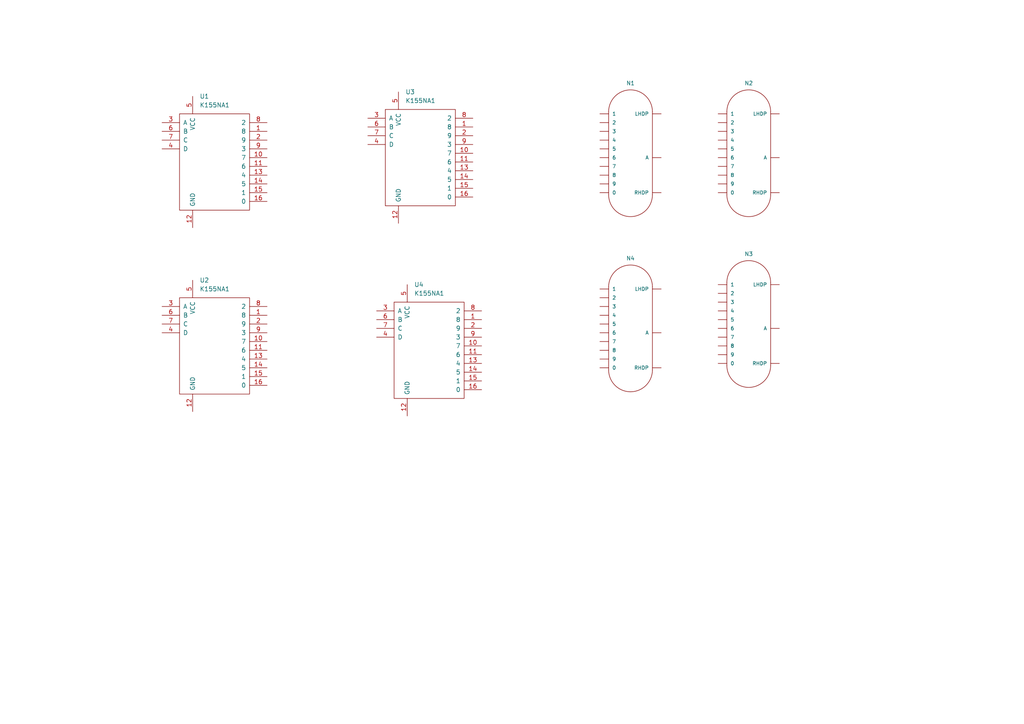
<source format=kicad_sch>
(kicad_sch (version 20211123) (generator eeschema)
  (paper "A4")
  (lib_symbols
    (symbol "k155na1:K155NA1" (pin_names (offset 1.016))
      (property "Reference" "U" (at 3.81 15.24 0))
      (property "Value" "K155NA1" (at 0 -15.24 0))
      (symbol "K155NA1_0_1"
        (rectangle (start -10.16 -13.97) (end 10.16 13.97))
      )
      (symbol "K155NA1_1_1"
        (pin output line (at 15.24 8.89 180) (length 5.08) (name "8") (number "1"))
        (pin output line (at 15.24 1.27 180) (length 5.08) (name "7") (number "10"))
        (pin output line (at 15.24 -1.27 180) (length 5.08) (name "6") (number "11"))
        (pin power_in line (at -6.35 -19.05 90) (length 5.08) (name "GND") (number "12"))
        (pin output line (at 15.24 -3.81 180) (length 5.08) (name "4") (number "13"))
        (pin output line (at 15.24 -6.35 180) (length 5.08) (name "5") (number "14"))
        (pin output line (at 15.24 -8.89 180) (length 5.08) (name "1") (number "15"))
        (pin output line (at 15.24 -11.43 180) (length 5.08) (name "0") (number "16"))
        (pin output line (at 15.24 6.35 180) (length 5.08) (name "9") (number "2"))
        (pin input line (at -15.24 11.43 0) (length 5.08) (name "A") (number "3"))
        (pin input line (at -15.24 3.81 0) (length 5.08) (name "D") (number "4"))
        (pin power_in line (at -6.35 19.05 270) (length 5.08) (name "VCC") (number "5"))
        (pin input line (at -15.24 8.89 0) (length 5.08) (name "B") (number "6"))
        (pin input line (at -15.24 6.35 0) (length 5.08) (name "C") (number "7"))
        (pin output line (at 15.24 11.43 180) (length 5.08) (name "2") (number "8"))
        (pin output line (at 15.24 3.81 180) (length 5.08) (name "3") (number "9"))
      )
    )
    (symbol "nixies:IN-14" (pin_numbers hide) (pin_names (offset 1.016))
      (property "Reference" "N" (at -2.54 18.415 0))
      (symbol "IN-14_1_0"
        (polyline (pts (xy -5.08 -13.335) (xy -5.08 10.795)))
        (polyline (pts (xy 7.62 -13.335) (xy 7.62 10.795)))
      )
      (symbol "IN-14_1_1"
        (arc (start -5.08 -13.335) (mid 1.27 -19.685) (end 7.62 -13.335))
        (arc (start 7.62 10.795) (mid 1.27 17.145) (end -5.08 10.795))
        (pin bidirectional line (at -7.62 -12.7 0) (length 2.54) (name "0") (number "0"))
        (pin bidirectional line (at -7.62 10.16 0) (length 2.54) (name "1") (number "1"))
        (pin bidirectional line (at -7.62 7.62 0) (length 2.54) (name "2") (number "2"))
        (pin bidirectional line (at -7.62 5.08 0) (length 2.54) (name "3") (number "3"))
        (pin bidirectional line (at -7.62 2.54 0) (length 2.54) (name "4") (number "4"))
        (pin bidirectional line (at -7.62 0 0) (length 2.54) (name "5") (number "5"))
        (pin bidirectional line (at -7.62 -2.54 0) (length 2.54) (name "6") (number "6"))
        (pin bidirectional line (at -7.62 -5.08 0) (length 2.54) (name "7") (number "7"))
        (pin bidirectional line (at -7.62 -7.62 0) (length 2.54) (name "8") (number "8"))
        (pin bidirectional line (at -7.62 -10.16 0) (length 2.54) (name "9") (number "9"))
        (pin bidirectional line (at 10.16 -2.54 180) (length 2.54) (name "A") (number "A"))
        (pin bidirectional line (at 10.16 10.16 180) (length 2.54) (name "LHDP") (number "LHDP"))
        (pin bidirectional line (at 10.16 -12.7 180) (length 2.54) (name "RHDP") (number "RHDP"))
      )
    )
  )
  (symbol (lib_id "nixies:IN-14") (at 215.9 92.71 0) (unit 1)
    (property "Reference" "N3" (at 217.17 73.66 0) (effects (font (size 1.143 1.143))))
    (property "Value" "IN-14" (effects hide))
    (property "Footprint" "nixietubes:nixies-us-IN-14" (effects hide))
  )
  (symbol (lib_id "nixies:IN-14") (at 181.61 93.98 0) (unit 1)
    (property "Reference" "N4" (at 182.88 74.93 0) (effects (font (size 1.143 1.143))))
    (property "Value" "IN-14" (effects hide))
    (property "Footprint" "nixietubes:nixies-us-IN-14" (effects hide))
  )
  (symbol (lib_id "k155na1:K155NA1") (at 124.46 101.6 0) (unit 1)
    (property "Reference" "U4" (at 120.1294 82.55 0) (effects (justify left)))
    (property "Value" "K155NA1" (at 120.1294 85.09 0) (effects (justify left)))
    (property "Footprint" "Package_DIP:DIP-16_W7.62mm" (effects hide))
  )
  (symbol (lib_id "k155na1:K155NA1") (at 62.23 46.99 0) (unit 1)
    (property "Reference" "U1" (at 57.8994 27.94 0) (effects (justify left)))
    (property "Value" "K155NA1" (at 57.8994 30.48 0) (effects (justify left)))
    (property "Footprint" "Package_DIP:DIP-16_W7.62mm" (effects hide))
  )
  (symbol (lib_id "k155na1:K155NA1") (at 62.23 100.33 0) (unit 1)
    (property "Reference" "U2" (at 57.8994 81.28 0) (effects (justify left)))
    (property "Value" "K155NA1" (at 57.8994 83.82 0) (effects (justify left)))
    (property "Footprint" "Package_DIP:DIP-16_W7.62mm" (effects hide))
  )
  (symbol (lib_id "nixies:IN-14") (at 215.9 43.18 0) (unit 1)
    (property "Reference" "N2" (at 217.17 24.13 0) (effects (font (size 1.143 1.143))))
    (property "Value" "IN-14" (effects hide))
    (property "Footprint" "nixietubes:nixies-us-IN-14" (effects hide))
  )
  (symbol (lib_id "nixies:IN-14") (at 181.61 43.18 0) (unit 1)
    (property "Reference" "N1" (at 182.88 24.13 0) (effects (font (size 1.143 1.143))))
    (property "Value" "IN-14" (effects hide))
    (property "Footprint" "nixietubes:nixies-us-IN-14" (effects hide))
  )
  (symbol (lib_id "k155na1:K155NA1") (at 121.92 45.72 0) (unit 1)
    (property "Reference" "U3" (at 117.5894 26.67 0) (effects (justify left)))
    (property "Value" "K155NA1" (at 117.5894 29.21 0) (effects (justify left)))
    (property "Footprint" "Package_DIP:DIP-16_W7.62mm" (effects hide))
  )
)
</source>
